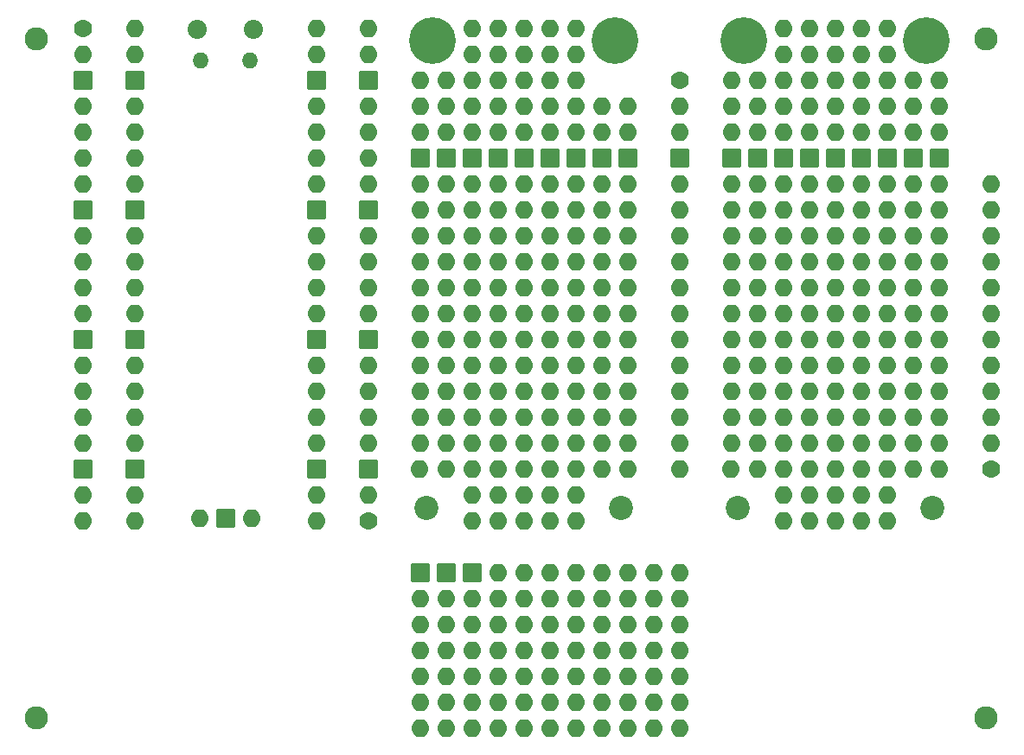
<source format=gbs>
G04 #@! TF.GenerationSoftware,KiCad,Pcbnew,7.0.1*
G04 #@! TF.CreationDate,2023-06-02T18:37:16-05:00*
G04 #@! TF.ProjectId,PicoFeatherWingDuo,5069636f-4665-4617-9468-657257696e67,1*
G04 #@! TF.SameCoordinates,Original*
G04 #@! TF.FileFunction,Soldermask,Bot*
G04 #@! TF.FilePolarity,Negative*
%FSLAX46Y46*%
G04 Gerber Fmt 4.6, Leading zero omitted, Abs format (unit mm)*
G04 Created by KiCad (PCBNEW 7.0.1) date 2023-06-02 18:37:16*
%MOMM*%
%LPD*%
G01*
G04 APERTURE LIST*
G04 Aperture macros list*
%AMRoundRect*
0 Rectangle with rounded corners*
0 $1 Rounding radius*
0 $2 $3 $4 $5 $6 $7 $8 $9 X,Y pos of 4 corners*
0 Add a 4 corners polygon primitive as box body*
4,1,4,$2,$3,$4,$5,$6,$7,$8,$9,$2,$3,0*
0 Add four circle primitives for the rounded corners*
1,1,$1+$1,$2,$3*
1,1,$1+$1,$4,$5*
1,1,$1+$1,$6,$7*
1,1,$1+$1,$8,$9*
0 Add four rect primitives between the rounded corners*
20,1,$1+$1,$2,$3,$4,$5,0*
20,1,$1+$1,$4,$5,$6,$7,0*
20,1,$1+$1,$6,$7,$8,$9,0*
20,1,$1+$1,$8,$9,$2,$3,0*%
G04 Aperture macros list end*
%ADD10O,1.776000X1.776000*%
%ADD11C,1.776000*%
%ADD12RoundRect,0.038000X-0.850000X-0.850000X0.850000X-0.850000X0.850000X0.850000X-0.850000X0.850000X0*%
%ADD13C,2.362000*%
%ADD14RoundRect,0.038000X-0.850000X0.850000X-0.850000X-0.850000X0.850000X-0.850000X0.850000X0.850000X0*%
%ADD15C,4.576000*%
%ADD16C,2.276000*%
%ADD17RoundRect,0.038000X0.850000X0.850000X-0.850000X0.850000X-0.850000X-0.850000X0.850000X-0.850000X0*%
%ADD18O,1.876000X1.876000*%
%ADD19O,1.576000X1.576000*%
G04 APERTURE END LIST*
D10*
X185420000Y-50800000D03*
X187960000Y-106680000D03*
D11*
X198120000Y-45720000D03*
D10*
X198120000Y-48260000D03*
X198120000Y-50800000D03*
D12*
X198120000Y-53340000D03*
D10*
X198120000Y-55880000D03*
X198120000Y-58420000D03*
X198120000Y-60960000D03*
X198120000Y-63500000D03*
X198120000Y-66040000D03*
X198120000Y-68580000D03*
X198120000Y-71120000D03*
X198120000Y-73660000D03*
X198120000Y-76200000D03*
X198120000Y-78740000D03*
X198120000Y-81280000D03*
X198120000Y-83820000D03*
X218440000Y-68580000D03*
X220980000Y-66040000D03*
X185420000Y-58420000D03*
X218440000Y-76200000D03*
X210820000Y-83820000D03*
X182880000Y-50800000D03*
X177800000Y-83820000D03*
X177800000Y-71120000D03*
D13*
X192422200Y-87642200D03*
X173372200Y-87642200D03*
D10*
X172720000Y-45720000D03*
X172720000Y-48260000D03*
X172720000Y-50800000D03*
D14*
X172720000Y-53340000D03*
D10*
X172720000Y-55880000D03*
X172720000Y-58420000D03*
X172720000Y-60960000D03*
X172720000Y-63500000D03*
X172720000Y-66040000D03*
X172720000Y-68580000D03*
X172720000Y-71120000D03*
X172720000Y-73660000D03*
X172720000Y-76200000D03*
X172720000Y-78740000D03*
X172720000Y-81280000D03*
X172694600Y-83820000D03*
X193040000Y-83820000D03*
X193040000Y-81280000D03*
X193040000Y-78740000D03*
X193040000Y-76200000D03*
X193040000Y-73660000D03*
X193040000Y-71120000D03*
X193040000Y-68580000D03*
X193040000Y-66040000D03*
X193040000Y-63500000D03*
X193040000Y-60960000D03*
X193040000Y-58420000D03*
X193040000Y-55880000D03*
D15*
X173972200Y-41892200D03*
X191772200Y-41892200D03*
D10*
X180340000Y-48260000D03*
X177800000Y-68580000D03*
X190500000Y-93980000D03*
X223520000Y-45720000D03*
X215900000Y-86360000D03*
X198120000Y-101600000D03*
X182880000Y-83820000D03*
X187960000Y-83820000D03*
X218440000Y-40640000D03*
X218440000Y-60960000D03*
X205740000Y-55880000D03*
X208280000Y-45720000D03*
X208280000Y-83820000D03*
X223520000Y-50800000D03*
X208280000Y-71120000D03*
X190500000Y-58420000D03*
X190500000Y-60960000D03*
X187960000Y-86360000D03*
X175260000Y-101600000D03*
X218440000Y-83820000D03*
X190500000Y-96520000D03*
X185420000Y-78740000D03*
X205740000Y-63500000D03*
X177800000Y-48260000D03*
X190500000Y-104140000D03*
X218440000Y-45720000D03*
X198120000Y-96520000D03*
X198120000Y-93980000D03*
D16*
X135128000Y-108204000D03*
D10*
X190500000Y-63500000D03*
D12*
X218440000Y-53340000D03*
D10*
X213360000Y-86360000D03*
X195580000Y-104140000D03*
X218440000Y-86360000D03*
X180340000Y-71120000D03*
X187960000Y-63500000D03*
X210820000Y-88900000D03*
X210820000Y-63500000D03*
X175260000Y-73660000D03*
X198120000Y-106680000D03*
X185420000Y-106680000D03*
X177800000Y-60960000D03*
X177800000Y-101600000D03*
X205740000Y-83820000D03*
X180340000Y-63500000D03*
X177800000Y-109220000D03*
X220980000Y-73660000D03*
X175260000Y-50800000D03*
X185420000Y-99060000D03*
X218440000Y-63500000D03*
X180340000Y-109220000D03*
D12*
X175260000Y-93980000D03*
D10*
X180340000Y-76200000D03*
X180340000Y-40640000D03*
X193040000Y-96520000D03*
X215900000Y-60960000D03*
X180340000Y-88900000D03*
X193040000Y-93980000D03*
X185420000Y-109220000D03*
X210820000Y-48260000D03*
X185420000Y-63500000D03*
D16*
X228092000Y-41656000D03*
D10*
X180340000Y-68580000D03*
X190500000Y-83820000D03*
X190500000Y-99060000D03*
X185420000Y-86360000D03*
X210820000Y-71120000D03*
X215900000Y-45720000D03*
X182880000Y-40640000D03*
X208280000Y-86360000D03*
X220980000Y-68580000D03*
X218440000Y-48260000D03*
X185420000Y-93980000D03*
X208280000Y-60960000D03*
X215900000Y-71120000D03*
D11*
X139700000Y-40640000D03*
D10*
X139700000Y-43180000D03*
D12*
X139700000Y-45720000D03*
D10*
X139700000Y-48260000D03*
X139700000Y-50800000D03*
X139700000Y-53340000D03*
X139700000Y-55880000D03*
D12*
X139700000Y-58420000D03*
D10*
X139700000Y-60960000D03*
X139700000Y-63500000D03*
X139700000Y-66040000D03*
X139700000Y-68580000D03*
D12*
X139700000Y-71120000D03*
D10*
X139700000Y-73660000D03*
X139700000Y-76200000D03*
X139700000Y-78740000D03*
X139700000Y-81280000D03*
D12*
X139700000Y-83820000D03*
D10*
X139700000Y-86360000D03*
X139700000Y-88900000D03*
X215900000Y-73660000D03*
X187960000Y-50800000D03*
X175260000Y-55880000D03*
X182880000Y-60960000D03*
D12*
X223520000Y-53340000D03*
D10*
X208280000Y-55880000D03*
X177800000Y-50800000D03*
X182880000Y-93980000D03*
X182880000Y-78740000D03*
X177800000Y-40640000D03*
X187960000Y-68580000D03*
X182880000Y-71120000D03*
X180340000Y-83820000D03*
X177800000Y-45720000D03*
X220980000Y-55880000D03*
X220980000Y-78740000D03*
X208280000Y-63500000D03*
X180340000Y-93980000D03*
X215900000Y-55880000D03*
X213360000Y-88900000D03*
X180340000Y-81280000D03*
X213360000Y-50800000D03*
X180340000Y-104140000D03*
X215900000Y-66040000D03*
X208280000Y-78740000D03*
X210820000Y-73660000D03*
D12*
X180340000Y-53340000D03*
D10*
X185420000Y-68580000D03*
X205740000Y-78740000D03*
X208280000Y-88900000D03*
X205740000Y-81280000D03*
X208280000Y-50800000D03*
X210820000Y-43180000D03*
X210820000Y-60960000D03*
X182880000Y-101600000D03*
X187960000Y-104140000D03*
X215900000Y-58420000D03*
D12*
X177800000Y-53340000D03*
D10*
X175260000Y-63500000D03*
D12*
X187960000Y-53340000D03*
D10*
X177800000Y-66040000D03*
X180340000Y-50800000D03*
X218440000Y-73660000D03*
X180340000Y-55880000D03*
X185420000Y-66040000D03*
X177800000Y-88900000D03*
X213360000Y-43180000D03*
X218440000Y-66040000D03*
D12*
X213360000Y-53340000D03*
D10*
X180340000Y-106680000D03*
X215900000Y-50800000D03*
D12*
X215900000Y-53340000D03*
D10*
X198120000Y-104140000D03*
X182880000Y-63500000D03*
X182880000Y-48260000D03*
X187960000Y-55880000D03*
X220980000Y-63500000D03*
X175260000Y-58420000D03*
X180340000Y-43180000D03*
X190500000Y-106680000D03*
X190500000Y-55880000D03*
X182880000Y-109220000D03*
X195580000Y-101600000D03*
X210820000Y-40640000D03*
X180340000Y-58420000D03*
X175260000Y-104140000D03*
X193040000Y-109220000D03*
X213360000Y-45720000D03*
X218440000Y-55880000D03*
X187960000Y-109220000D03*
X220980000Y-50800000D03*
X218440000Y-88900000D03*
X190500000Y-48260000D03*
X205740000Y-73660000D03*
X187960000Y-96520000D03*
X213360000Y-78740000D03*
X177800000Y-86360000D03*
X208280000Y-81280000D03*
X195580000Y-109220000D03*
X205740000Y-58420000D03*
D12*
X172720000Y-93980000D03*
D10*
X172720000Y-96520000D03*
X172720000Y-99060000D03*
X172720000Y-101600000D03*
X172720000Y-104140000D03*
X172720000Y-106680000D03*
X172720000Y-109220000D03*
X220980000Y-71120000D03*
D12*
X190500000Y-53340000D03*
D10*
X213360000Y-71120000D03*
X218440000Y-78740000D03*
X193040000Y-48260000D03*
D12*
X175260000Y-53340000D03*
D10*
X185420000Y-48260000D03*
X205740000Y-48260000D03*
X180340000Y-45720000D03*
X175260000Y-66040000D03*
X187960000Y-48260000D03*
X215900000Y-81280000D03*
X220980000Y-45720000D03*
D12*
X177800000Y-93980000D03*
D10*
X205740000Y-71120000D03*
X182880000Y-43180000D03*
X198120000Y-109220000D03*
X180340000Y-96520000D03*
X218440000Y-50800000D03*
X218440000Y-71120000D03*
X205740000Y-45720000D03*
X190500000Y-78740000D03*
X182880000Y-81280000D03*
X177800000Y-104140000D03*
X193040000Y-99060000D03*
X190500000Y-66040000D03*
X205740000Y-60960000D03*
X198120000Y-99060000D03*
X193040000Y-106680000D03*
X175260000Y-45720000D03*
X187960000Y-81280000D03*
X175260000Y-78740000D03*
X180340000Y-60960000D03*
X177800000Y-76200000D03*
X175260000Y-106680000D03*
X193040000Y-104140000D03*
X175260000Y-109220000D03*
X177800000Y-78740000D03*
X175260000Y-71120000D03*
X210820000Y-68580000D03*
X187960000Y-76200000D03*
X187960000Y-99060000D03*
X187960000Y-101600000D03*
X185420000Y-104140000D03*
X180340000Y-99060000D03*
X177800000Y-99060000D03*
X185420000Y-88900000D03*
D12*
X185420000Y-53340000D03*
D10*
X210820000Y-81280000D03*
X213360000Y-60960000D03*
X185420000Y-96520000D03*
X193040000Y-50800000D03*
X208280000Y-73660000D03*
X223520000Y-48260000D03*
X185420000Y-81280000D03*
X185420000Y-55880000D03*
X182880000Y-106680000D03*
X177800000Y-106680000D03*
X215900000Y-48260000D03*
D12*
X208280000Y-53340000D03*
D10*
X215900000Y-76200000D03*
X177800000Y-63500000D03*
X213360000Y-68580000D03*
X205740000Y-66040000D03*
X193040000Y-101600000D03*
X190500000Y-73660000D03*
X208280000Y-43180000D03*
X205740000Y-76200000D03*
D11*
X167640000Y-88900000D03*
D10*
X167640000Y-86360000D03*
D17*
X167640000Y-83820000D03*
D10*
X167640000Y-81280000D03*
X167640000Y-78740000D03*
X167640000Y-76200000D03*
X167640000Y-73660000D03*
D17*
X167640000Y-71120000D03*
D10*
X167640000Y-68580000D03*
X167640000Y-66040000D03*
X167640000Y-63500000D03*
X167640000Y-60960000D03*
D17*
X167640000Y-58420000D03*
D10*
X167640000Y-55880000D03*
X167640000Y-53340000D03*
X167640000Y-50800000D03*
X167640000Y-48260000D03*
D17*
X167640000Y-45720000D03*
D10*
X167640000Y-43180000D03*
X167640000Y-40640000D03*
X210820000Y-78740000D03*
X210820000Y-76200000D03*
X218440000Y-43180000D03*
X180340000Y-86360000D03*
X190500000Y-50800000D03*
X175260000Y-81280000D03*
X175260000Y-68580000D03*
X215900000Y-43180000D03*
X182880000Y-45720000D03*
X213360000Y-63500000D03*
X185420000Y-101600000D03*
D13*
X222902200Y-87642200D03*
X203852200Y-87642200D03*
D10*
X203200000Y-45720000D03*
X203200000Y-48260000D03*
X203200000Y-50800000D03*
D14*
X203200000Y-53340000D03*
D10*
X203200000Y-55880000D03*
X203200000Y-58420000D03*
X203200000Y-60960000D03*
X203200000Y-63500000D03*
X203200000Y-66040000D03*
X203200000Y-68580000D03*
X203200000Y-71120000D03*
X203200000Y-73660000D03*
X203200000Y-76200000D03*
X203200000Y-78740000D03*
X203200000Y-81280000D03*
X203174600Y-83820000D03*
X223520000Y-83820000D03*
X223520000Y-81280000D03*
X223520000Y-78740000D03*
X223520000Y-76200000D03*
X223520000Y-73660000D03*
X223520000Y-71120000D03*
X223520000Y-68580000D03*
X223520000Y-66040000D03*
X223520000Y-63500000D03*
X223520000Y-60960000D03*
X223520000Y-58420000D03*
X223520000Y-55880000D03*
D15*
X204452200Y-41892200D03*
X222252200Y-41892200D03*
D10*
X182880000Y-99060000D03*
X185420000Y-83820000D03*
X215900000Y-78740000D03*
D12*
X210820000Y-53340000D03*
D10*
X187960000Y-45720000D03*
X175260000Y-99060000D03*
D11*
X228600000Y-83820000D03*
D10*
X228600000Y-81280000D03*
X228600000Y-78740000D03*
X228600000Y-76200000D03*
X228600000Y-73660000D03*
X228600000Y-71120000D03*
X228600000Y-68580000D03*
X228600000Y-66040000D03*
X228600000Y-63500000D03*
X228600000Y-60960000D03*
X228600000Y-58420000D03*
X228600000Y-55880000D03*
X215900000Y-68580000D03*
X177800000Y-73660000D03*
X187960000Y-78740000D03*
X187960000Y-73660000D03*
X220980000Y-81280000D03*
X180340000Y-73660000D03*
X208280000Y-76200000D03*
X190500000Y-101600000D03*
X195580000Y-96520000D03*
D16*
X135128000Y-41656000D03*
D10*
X187960000Y-40640000D03*
X185420000Y-71120000D03*
X175260000Y-48260000D03*
X220980000Y-60960000D03*
X220980000Y-76200000D03*
X213360000Y-48260000D03*
X213360000Y-83820000D03*
X182880000Y-58420000D03*
X208280000Y-68580000D03*
X210820000Y-50800000D03*
X205740000Y-50800000D03*
X218440000Y-81280000D03*
X190500000Y-109220000D03*
X177800000Y-43180000D03*
X195580000Y-93980000D03*
X220980000Y-83820000D03*
X177800000Y-81280000D03*
X208280000Y-58420000D03*
X185420000Y-43180000D03*
X190500000Y-76200000D03*
X213360000Y-73660000D03*
D12*
X193040000Y-53340000D03*
D10*
X177800000Y-96520000D03*
X210820000Y-58420000D03*
X180340000Y-78740000D03*
X182880000Y-86360000D03*
X195580000Y-106680000D03*
X213360000Y-76200000D03*
X213360000Y-40640000D03*
X175260000Y-76200000D03*
X208280000Y-66040000D03*
X213360000Y-58420000D03*
X182880000Y-76200000D03*
D12*
X220980000Y-53340000D03*
D10*
X182880000Y-104140000D03*
X185420000Y-60960000D03*
X215900000Y-83820000D03*
X175260000Y-96520000D03*
X218440000Y-58420000D03*
X213360000Y-66040000D03*
X185420000Y-73660000D03*
X210820000Y-86360000D03*
X210820000Y-55880000D03*
X187960000Y-43180000D03*
X182880000Y-55880000D03*
X208280000Y-48260000D03*
D12*
X182880000Y-53340000D03*
D10*
X182880000Y-68580000D03*
X182880000Y-88900000D03*
X215900000Y-63500000D03*
X210820000Y-45720000D03*
X215900000Y-88900000D03*
X185420000Y-45720000D03*
X187960000Y-66040000D03*
X187960000Y-93980000D03*
X182880000Y-66040000D03*
X182880000Y-96520000D03*
X180340000Y-66040000D03*
X210820000Y-66040000D03*
X205740000Y-68580000D03*
X175260000Y-83820000D03*
X175260000Y-60960000D03*
D16*
X228092000Y-108204000D03*
D10*
X190500000Y-81280000D03*
X182880000Y-73660000D03*
X177800000Y-58420000D03*
X220980000Y-58420000D03*
D18*
X150945000Y-40770000D03*
D19*
X151245000Y-43800000D03*
X156095000Y-43800000D03*
D18*
X156395000Y-40770000D03*
D10*
X144780000Y-40640000D03*
X144780000Y-43180000D03*
D12*
X144780000Y-45720000D03*
D10*
X144780000Y-48260000D03*
X144780000Y-50800000D03*
X144780000Y-53340000D03*
X144780000Y-55880000D03*
D12*
X144780000Y-58420000D03*
D10*
X144780000Y-60960000D03*
X144780000Y-63500000D03*
X144780000Y-66040000D03*
X144780000Y-68580000D03*
D12*
X144780000Y-71120000D03*
D10*
X144780000Y-73660000D03*
X144780000Y-76200000D03*
X144780000Y-78740000D03*
X144780000Y-81280000D03*
D12*
X144780000Y-83820000D03*
D10*
X144780000Y-86360000D03*
X144780000Y-88900000D03*
X162560000Y-88900000D03*
X162560000Y-86360000D03*
D12*
X162560000Y-83820000D03*
D10*
X162560000Y-81280000D03*
X162560000Y-78740000D03*
X162560000Y-76200000D03*
X162560000Y-73660000D03*
D12*
X162560000Y-71120000D03*
D10*
X162560000Y-68580000D03*
X162560000Y-66040000D03*
X162560000Y-63500000D03*
X162560000Y-60960000D03*
D12*
X162560000Y-58420000D03*
D10*
X162560000Y-55880000D03*
X162560000Y-53340000D03*
X162560000Y-50800000D03*
X162560000Y-48260000D03*
D12*
X162560000Y-45720000D03*
D10*
X162560000Y-43180000D03*
X162560000Y-40640000D03*
X151130000Y-88670000D03*
D12*
X153670000Y-88670000D03*
D10*
X156210000Y-88670000D03*
X220980000Y-48260000D03*
X213360000Y-81280000D03*
X185420000Y-40640000D03*
X187960000Y-88900000D03*
X177800000Y-55880000D03*
X190500000Y-68580000D03*
X190500000Y-71120000D03*
X215900000Y-40640000D03*
X187960000Y-58420000D03*
X195580000Y-99060000D03*
X185420000Y-76200000D03*
X213360000Y-55880000D03*
X187960000Y-71120000D03*
X180340000Y-101600000D03*
X187960000Y-60960000D03*
X208280000Y-40640000D03*
D12*
X205740000Y-53340000D03*
M02*

</source>
